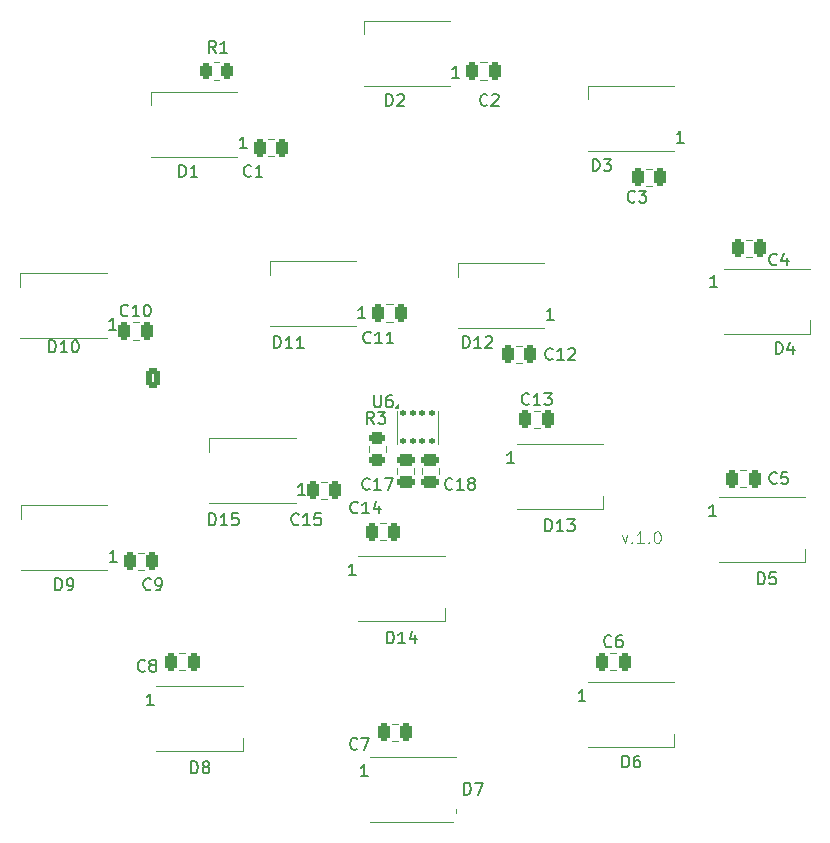
<source format=gto>
G04 #@! TF.GenerationSoftware,KiCad,Pcbnew,8.0.4*
G04 #@! TF.CreationDate,2024-08-11T22:53:44+02:00*
G04 #@! TF.ProjectId,Haibadge_B,48616962-6164-4676-955f-422e6b696361,rev?*
G04 #@! TF.SameCoordinates,Original*
G04 #@! TF.FileFunction,Legend,Top*
G04 #@! TF.FilePolarity,Positive*
%FSLAX46Y46*%
G04 Gerber Fmt 4.6, Leading zero omitted, Abs format (unit mm)*
G04 Created by KiCad (PCBNEW 8.0.4) date 2024-08-11 22:53:44*
%MOMM*%
%LPD*%
G01*
G04 APERTURE LIST*
G04 Aperture macros list*
%AMRoundRect*
0 Rectangle with rounded corners*
0 $1 Rounding radius*
0 $2 $3 $4 $5 $6 $7 $8 $9 X,Y pos of 4 corners*
0 Add a 4 corners polygon primitive as box body*
4,1,4,$2,$3,$4,$5,$6,$7,$8,$9,$2,$3,0*
0 Add four circle primitives for the rounded corners*
1,1,$1+$1,$2,$3*
1,1,$1+$1,$4,$5*
1,1,$1+$1,$6,$7*
1,1,$1+$1,$8,$9*
0 Add four rect primitives between the rounded corners*
20,1,$1+$1,$2,$3,$4,$5,0*
20,1,$1+$1,$4,$5,$6,$7,0*
20,1,$1+$1,$6,$7,$8,$9,0*
20,1,$1+$1,$8,$9,$2,$3,0*%
G04 Aperture macros list end*
%ADD10C,0.100000*%
%ADD11C,0.150000*%
%ADD12C,0.120000*%
%ADD13C,0.850000*%
%ADD14RoundRect,0.250000X-0.250000X-0.475000X0.250000X-0.475000X0.250000X0.475000X-0.250000X0.475000X0*%
%ADD15RoundRect,0.250000X0.262500X0.450000X-0.262500X0.450000X-0.262500X-0.450000X0.262500X-0.450000X0*%
%ADD16R,1.500000X0.900000*%
%ADD17C,2.700000*%
%ADD18RoundRect,0.250000X-0.475000X0.250000X-0.475000X-0.250000X0.475000X-0.250000X0.475000X0.250000X0*%
%ADD19RoundRect,0.250000X-0.450000X0.262500X-0.450000X-0.262500X0.450000X-0.262500X0.450000X0.262500X0*%
%ADD20RoundRect,0.250000X0.250000X0.475000X-0.250000X0.475000X-0.250000X-0.475000X0.250000X-0.475000X0*%
%ADD21RoundRect,0.125000X-0.125000X-0.137500X0.125000X-0.137500X0.125000X0.137500X-0.125000X0.137500X0*%
%ADD22RoundRect,0.250000X0.350000X0.625000X-0.350000X0.625000X-0.350000X-0.625000X0.350000X-0.625000X0*%
%ADD23O,1.200000X1.750000*%
%ADD24R,1.700000X1.700000*%
%ADD25O,1.700000X1.700000*%
%ADD26C,0.650000*%
%ADD27O,1.000000X1.600000*%
%ADD28O,1.000000X2.100000*%
G04 APERTURE END LIST*
D10*
X158208646Y-149305752D02*
X158446741Y-149972419D01*
X158446741Y-149972419D02*
X158684836Y-149305752D01*
X159065789Y-149877180D02*
X159113408Y-149924800D01*
X159113408Y-149924800D02*
X159065789Y-149972419D01*
X159065789Y-149972419D02*
X159018170Y-149924800D01*
X159018170Y-149924800D02*
X159065789Y-149877180D01*
X159065789Y-149877180D02*
X159065789Y-149972419D01*
X160065788Y-149972419D02*
X159494360Y-149972419D01*
X159780074Y-149972419D02*
X159780074Y-148972419D01*
X159780074Y-148972419D02*
X159684836Y-149115276D01*
X159684836Y-149115276D02*
X159589598Y-149210514D01*
X159589598Y-149210514D02*
X159494360Y-149258133D01*
X160494360Y-149877180D02*
X160541979Y-149924800D01*
X160541979Y-149924800D02*
X160494360Y-149972419D01*
X160494360Y-149972419D02*
X160446741Y-149924800D01*
X160446741Y-149924800D02*
X160494360Y-149877180D01*
X160494360Y-149877180D02*
X160494360Y-149972419D01*
X161161026Y-148972419D02*
X161256264Y-148972419D01*
X161256264Y-148972419D02*
X161351502Y-149020038D01*
X161351502Y-149020038D02*
X161399121Y-149067657D01*
X161399121Y-149067657D02*
X161446740Y-149162895D01*
X161446740Y-149162895D02*
X161494359Y-149353371D01*
X161494359Y-149353371D02*
X161494359Y-149591466D01*
X161494359Y-149591466D02*
X161446740Y-149781942D01*
X161446740Y-149781942D02*
X161399121Y-149877180D01*
X161399121Y-149877180D02*
X161351502Y-149924800D01*
X161351502Y-149924800D02*
X161256264Y-149972419D01*
X161256264Y-149972419D02*
X161161026Y-149972419D01*
X161161026Y-149972419D02*
X161065788Y-149924800D01*
X161065788Y-149924800D02*
X161018169Y-149877180D01*
X161018169Y-149877180D02*
X160970550Y-149781942D01*
X160970550Y-149781942D02*
X160922931Y-149591466D01*
X160922931Y-149591466D02*
X160922931Y-149353371D01*
X160922931Y-149353371D02*
X160970550Y-149162895D01*
X160970550Y-149162895D02*
X161018169Y-149067657D01*
X161018169Y-149067657D02*
X161065788Y-149020038D01*
X161065788Y-149020038D02*
X161161026Y-148972419D01*
D11*
X126833333Y-118859580D02*
X126785714Y-118907200D01*
X126785714Y-118907200D02*
X126642857Y-118954819D01*
X126642857Y-118954819D02*
X126547619Y-118954819D01*
X126547619Y-118954819D02*
X126404762Y-118907200D01*
X126404762Y-118907200D02*
X126309524Y-118811961D01*
X126309524Y-118811961D02*
X126261905Y-118716723D01*
X126261905Y-118716723D02*
X126214286Y-118526247D01*
X126214286Y-118526247D02*
X126214286Y-118383390D01*
X126214286Y-118383390D02*
X126261905Y-118192914D01*
X126261905Y-118192914D02*
X126309524Y-118097676D01*
X126309524Y-118097676D02*
X126404762Y-118002438D01*
X126404762Y-118002438D02*
X126547619Y-117954819D01*
X126547619Y-117954819D02*
X126642857Y-117954819D01*
X126642857Y-117954819D02*
X126785714Y-118002438D01*
X126785714Y-118002438D02*
X126833333Y-118050057D01*
X127785714Y-118954819D02*
X127214286Y-118954819D01*
X127500000Y-118954819D02*
X127500000Y-117954819D01*
X127500000Y-117954819D02*
X127404762Y-118097676D01*
X127404762Y-118097676D02*
X127309524Y-118192914D01*
X127309524Y-118192914D02*
X127214286Y-118240533D01*
X123833333Y-108454819D02*
X123500000Y-107978628D01*
X123261905Y-108454819D02*
X123261905Y-107454819D01*
X123261905Y-107454819D02*
X123642857Y-107454819D01*
X123642857Y-107454819D02*
X123738095Y-107502438D01*
X123738095Y-107502438D02*
X123785714Y-107550057D01*
X123785714Y-107550057D02*
X123833333Y-107645295D01*
X123833333Y-107645295D02*
X123833333Y-107788152D01*
X123833333Y-107788152D02*
X123785714Y-107883390D01*
X123785714Y-107883390D02*
X123738095Y-107931009D01*
X123738095Y-107931009D02*
X123642857Y-107978628D01*
X123642857Y-107978628D02*
X123261905Y-107978628D01*
X124785714Y-108454819D02*
X124214286Y-108454819D01*
X124500000Y-108454819D02*
X124500000Y-107454819D01*
X124500000Y-107454819D02*
X124404762Y-107597676D01*
X124404762Y-107597676D02*
X124309524Y-107692914D01*
X124309524Y-107692914D02*
X124214286Y-107740533D01*
X171261905Y-133954819D02*
X171261905Y-132954819D01*
X171261905Y-132954819D02*
X171500000Y-132954819D01*
X171500000Y-132954819D02*
X171642857Y-133002438D01*
X171642857Y-133002438D02*
X171738095Y-133097676D01*
X171738095Y-133097676D02*
X171785714Y-133192914D01*
X171785714Y-133192914D02*
X171833333Y-133383390D01*
X171833333Y-133383390D02*
X171833333Y-133526247D01*
X171833333Y-133526247D02*
X171785714Y-133716723D01*
X171785714Y-133716723D02*
X171738095Y-133811961D01*
X171738095Y-133811961D02*
X171642857Y-133907200D01*
X171642857Y-133907200D02*
X171500000Y-133954819D01*
X171500000Y-133954819D02*
X171261905Y-133954819D01*
X172690476Y-133288152D02*
X172690476Y-133954819D01*
X172452381Y-132907200D02*
X172214286Y-133621485D01*
X172214286Y-133621485D02*
X172833333Y-133621485D01*
X166285714Y-128254819D02*
X165714286Y-128254819D01*
X166000000Y-128254819D02*
X166000000Y-127254819D01*
X166000000Y-127254819D02*
X165904762Y-127397676D01*
X165904762Y-127397676D02*
X165809524Y-127492914D01*
X165809524Y-127492914D02*
X165714286Y-127540533D01*
X118333333Y-153859580D02*
X118285714Y-153907200D01*
X118285714Y-153907200D02*
X118142857Y-153954819D01*
X118142857Y-153954819D02*
X118047619Y-153954819D01*
X118047619Y-153954819D02*
X117904762Y-153907200D01*
X117904762Y-153907200D02*
X117809524Y-153811961D01*
X117809524Y-153811961D02*
X117761905Y-153716723D01*
X117761905Y-153716723D02*
X117714286Y-153526247D01*
X117714286Y-153526247D02*
X117714286Y-153383390D01*
X117714286Y-153383390D02*
X117761905Y-153192914D01*
X117761905Y-153192914D02*
X117809524Y-153097676D01*
X117809524Y-153097676D02*
X117904762Y-153002438D01*
X117904762Y-153002438D02*
X118047619Y-152954819D01*
X118047619Y-152954819D02*
X118142857Y-152954819D01*
X118142857Y-152954819D02*
X118285714Y-153002438D01*
X118285714Y-153002438D02*
X118333333Y-153050057D01*
X118809524Y-153954819D02*
X119000000Y-153954819D01*
X119000000Y-153954819D02*
X119095238Y-153907200D01*
X119095238Y-153907200D02*
X119142857Y-153859580D01*
X119142857Y-153859580D02*
X119238095Y-153716723D01*
X119238095Y-153716723D02*
X119285714Y-153526247D01*
X119285714Y-153526247D02*
X119285714Y-153145295D01*
X119285714Y-153145295D02*
X119238095Y-153050057D01*
X119238095Y-153050057D02*
X119190476Y-153002438D01*
X119190476Y-153002438D02*
X119095238Y-152954819D01*
X119095238Y-152954819D02*
X118904762Y-152954819D01*
X118904762Y-152954819D02*
X118809524Y-153002438D01*
X118809524Y-153002438D02*
X118761905Y-153050057D01*
X118761905Y-153050057D02*
X118714286Y-153145295D01*
X118714286Y-153145295D02*
X118714286Y-153383390D01*
X118714286Y-153383390D02*
X118761905Y-153478628D01*
X118761905Y-153478628D02*
X118809524Y-153526247D01*
X118809524Y-153526247D02*
X118904762Y-153573866D01*
X118904762Y-153573866D02*
X119095238Y-153573866D01*
X119095238Y-153573866D02*
X119190476Y-153526247D01*
X119190476Y-153526247D02*
X119238095Y-153478628D01*
X119238095Y-153478628D02*
X119285714Y-153383390D01*
X151735714Y-148954819D02*
X151735714Y-147954819D01*
X151735714Y-147954819D02*
X151973809Y-147954819D01*
X151973809Y-147954819D02*
X152116666Y-148002438D01*
X152116666Y-148002438D02*
X152211904Y-148097676D01*
X152211904Y-148097676D02*
X152259523Y-148192914D01*
X152259523Y-148192914D02*
X152307142Y-148383390D01*
X152307142Y-148383390D02*
X152307142Y-148526247D01*
X152307142Y-148526247D02*
X152259523Y-148716723D01*
X152259523Y-148716723D02*
X152211904Y-148811961D01*
X152211904Y-148811961D02*
X152116666Y-148907200D01*
X152116666Y-148907200D02*
X151973809Y-148954819D01*
X151973809Y-148954819D02*
X151735714Y-148954819D01*
X153259523Y-148954819D02*
X152688095Y-148954819D01*
X152973809Y-148954819D02*
X152973809Y-147954819D01*
X152973809Y-147954819D02*
X152878571Y-148097676D01*
X152878571Y-148097676D02*
X152783333Y-148192914D01*
X152783333Y-148192914D02*
X152688095Y-148240533D01*
X153592857Y-147954819D02*
X154211904Y-147954819D01*
X154211904Y-147954819D02*
X153878571Y-148335771D01*
X153878571Y-148335771D02*
X154021428Y-148335771D01*
X154021428Y-148335771D02*
X154116666Y-148383390D01*
X154116666Y-148383390D02*
X154164285Y-148431009D01*
X154164285Y-148431009D02*
X154211904Y-148526247D01*
X154211904Y-148526247D02*
X154211904Y-148764342D01*
X154211904Y-148764342D02*
X154164285Y-148859580D01*
X154164285Y-148859580D02*
X154116666Y-148907200D01*
X154116666Y-148907200D02*
X154021428Y-148954819D01*
X154021428Y-148954819D02*
X153735714Y-148954819D01*
X153735714Y-148954819D02*
X153640476Y-148907200D01*
X153640476Y-148907200D02*
X153592857Y-148859580D01*
X149085714Y-143204819D02*
X148514286Y-143204819D01*
X148800000Y-143204819D02*
X148800000Y-142204819D01*
X148800000Y-142204819D02*
X148704762Y-142347676D01*
X148704762Y-142347676D02*
X148609524Y-142442914D01*
X148609524Y-142442914D02*
X148514286Y-142490533D01*
X121761905Y-169454819D02*
X121761905Y-168454819D01*
X121761905Y-168454819D02*
X122000000Y-168454819D01*
X122000000Y-168454819D02*
X122142857Y-168502438D01*
X122142857Y-168502438D02*
X122238095Y-168597676D01*
X122238095Y-168597676D02*
X122285714Y-168692914D01*
X122285714Y-168692914D02*
X122333333Y-168883390D01*
X122333333Y-168883390D02*
X122333333Y-169026247D01*
X122333333Y-169026247D02*
X122285714Y-169216723D01*
X122285714Y-169216723D02*
X122238095Y-169311961D01*
X122238095Y-169311961D02*
X122142857Y-169407200D01*
X122142857Y-169407200D02*
X122000000Y-169454819D01*
X122000000Y-169454819D02*
X121761905Y-169454819D01*
X122904762Y-168883390D02*
X122809524Y-168835771D01*
X122809524Y-168835771D02*
X122761905Y-168788152D01*
X122761905Y-168788152D02*
X122714286Y-168692914D01*
X122714286Y-168692914D02*
X122714286Y-168645295D01*
X122714286Y-168645295D02*
X122761905Y-168550057D01*
X122761905Y-168550057D02*
X122809524Y-168502438D01*
X122809524Y-168502438D02*
X122904762Y-168454819D01*
X122904762Y-168454819D02*
X123095238Y-168454819D01*
X123095238Y-168454819D02*
X123190476Y-168502438D01*
X123190476Y-168502438D02*
X123238095Y-168550057D01*
X123238095Y-168550057D02*
X123285714Y-168645295D01*
X123285714Y-168645295D02*
X123285714Y-168692914D01*
X123285714Y-168692914D02*
X123238095Y-168788152D01*
X123238095Y-168788152D02*
X123190476Y-168835771D01*
X123190476Y-168835771D02*
X123095238Y-168883390D01*
X123095238Y-168883390D02*
X122904762Y-168883390D01*
X122904762Y-168883390D02*
X122809524Y-168931009D01*
X122809524Y-168931009D02*
X122761905Y-168978628D01*
X122761905Y-168978628D02*
X122714286Y-169073866D01*
X122714286Y-169073866D02*
X122714286Y-169264342D01*
X122714286Y-169264342D02*
X122761905Y-169359580D01*
X122761905Y-169359580D02*
X122809524Y-169407200D01*
X122809524Y-169407200D02*
X122904762Y-169454819D01*
X122904762Y-169454819D02*
X123095238Y-169454819D01*
X123095238Y-169454819D02*
X123190476Y-169407200D01*
X123190476Y-169407200D02*
X123238095Y-169359580D01*
X123238095Y-169359580D02*
X123285714Y-169264342D01*
X123285714Y-169264342D02*
X123285714Y-169073866D01*
X123285714Y-169073866D02*
X123238095Y-168978628D01*
X123238095Y-168978628D02*
X123190476Y-168931009D01*
X123190476Y-168931009D02*
X123095238Y-168883390D01*
X118585714Y-163704819D02*
X118014286Y-163704819D01*
X118300000Y-163704819D02*
X118300000Y-162704819D01*
X118300000Y-162704819D02*
X118204762Y-162847676D01*
X118204762Y-162847676D02*
X118109524Y-162942914D01*
X118109524Y-162942914D02*
X118014286Y-162990533D01*
X146833333Y-112859580D02*
X146785714Y-112907200D01*
X146785714Y-112907200D02*
X146642857Y-112954819D01*
X146642857Y-112954819D02*
X146547619Y-112954819D01*
X146547619Y-112954819D02*
X146404762Y-112907200D01*
X146404762Y-112907200D02*
X146309524Y-112811961D01*
X146309524Y-112811961D02*
X146261905Y-112716723D01*
X146261905Y-112716723D02*
X146214286Y-112526247D01*
X146214286Y-112526247D02*
X146214286Y-112383390D01*
X146214286Y-112383390D02*
X146261905Y-112192914D01*
X146261905Y-112192914D02*
X146309524Y-112097676D01*
X146309524Y-112097676D02*
X146404762Y-112002438D01*
X146404762Y-112002438D02*
X146547619Y-111954819D01*
X146547619Y-111954819D02*
X146642857Y-111954819D01*
X146642857Y-111954819D02*
X146785714Y-112002438D01*
X146785714Y-112002438D02*
X146833333Y-112050057D01*
X147214286Y-112050057D02*
X147261905Y-112002438D01*
X147261905Y-112002438D02*
X147357143Y-111954819D01*
X147357143Y-111954819D02*
X147595238Y-111954819D01*
X147595238Y-111954819D02*
X147690476Y-112002438D01*
X147690476Y-112002438D02*
X147738095Y-112050057D01*
X147738095Y-112050057D02*
X147785714Y-112145295D01*
X147785714Y-112145295D02*
X147785714Y-112240533D01*
X147785714Y-112240533D02*
X147738095Y-112383390D01*
X147738095Y-112383390D02*
X147166667Y-112954819D01*
X147166667Y-112954819D02*
X147785714Y-112954819D01*
X138261905Y-112954819D02*
X138261905Y-111954819D01*
X138261905Y-111954819D02*
X138500000Y-111954819D01*
X138500000Y-111954819D02*
X138642857Y-112002438D01*
X138642857Y-112002438D02*
X138738095Y-112097676D01*
X138738095Y-112097676D02*
X138785714Y-112192914D01*
X138785714Y-112192914D02*
X138833333Y-112383390D01*
X138833333Y-112383390D02*
X138833333Y-112526247D01*
X138833333Y-112526247D02*
X138785714Y-112716723D01*
X138785714Y-112716723D02*
X138738095Y-112811961D01*
X138738095Y-112811961D02*
X138642857Y-112907200D01*
X138642857Y-112907200D02*
X138500000Y-112954819D01*
X138500000Y-112954819D02*
X138261905Y-112954819D01*
X139214286Y-112050057D02*
X139261905Y-112002438D01*
X139261905Y-112002438D02*
X139357143Y-111954819D01*
X139357143Y-111954819D02*
X139595238Y-111954819D01*
X139595238Y-111954819D02*
X139690476Y-112002438D01*
X139690476Y-112002438D02*
X139738095Y-112050057D01*
X139738095Y-112050057D02*
X139785714Y-112145295D01*
X139785714Y-112145295D02*
X139785714Y-112240533D01*
X139785714Y-112240533D02*
X139738095Y-112383390D01*
X139738095Y-112383390D02*
X139166667Y-112954819D01*
X139166667Y-112954819D02*
X139785714Y-112954819D01*
X144435714Y-110554819D02*
X143864286Y-110554819D01*
X144150000Y-110554819D02*
X144150000Y-109554819D01*
X144150000Y-109554819D02*
X144054762Y-109697676D01*
X144054762Y-109697676D02*
X143959524Y-109792914D01*
X143959524Y-109792914D02*
X143864286Y-109840533D01*
X128785714Y-133454819D02*
X128785714Y-132454819D01*
X128785714Y-132454819D02*
X129023809Y-132454819D01*
X129023809Y-132454819D02*
X129166666Y-132502438D01*
X129166666Y-132502438D02*
X129261904Y-132597676D01*
X129261904Y-132597676D02*
X129309523Y-132692914D01*
X129309523Y-132692914D02*
X129357142Y-132883390D01*
X129357142Y-132883390D02*
X129357142Y-133026247D01*
X129357142Y-133026247D02*
X129309523Y-133216723D01*
X129309523Y-133216723D02*
X129261904Y-133311961D01*
X129261904Y-133311961D02*
X129166666Y-133407200D01*
X129166666Y-133407200D02*
X129023809Y-133454819D01*
X129023809Y-133454819D02*
X128785714Y-133454819D01*
X130309523Y-133454819D02*
X129738095Y-133454819D01*
X130023809Y-133454819D02*
X130023809Y-132454819D01*
X130023809Y-132454819D02*
X129928571Y-132597676D01*
X129928571Y-132597676D02*
X129833333Y-132692914D01*
X129833333Y-132692914D02*
X129738095Y-132740533D01*
X131261904Y-133454819D02*
X130690476Y-133454819D01*
X130976190Y-133454819D02*
X130976190Y-132454819D01*
X130976190Y-132454819D02*
X130880952Y-132597676D01*
X130880952Y-132597676D02*
X130785714Y-132692914D01*
X130785714Y-132692914D02*
X130690476Y-132740533D01*
X136485714Y-130904819D02*
X135914286Y-130904819D01*
X136200000Y-130904819D02*
X136200000Y-129904819D01*
X136200000Y-129904819D02*
X136104762Y-130047676D01*
X136104762Y-130047676D02*
X136009524Y-130142914D01*
X136009524Y-130142914D02*
X135914286Y-130190533D01*
X144785714Y-133454819D02*
X144785714Y-132454819D01*
X144785714Y-132454819D02*
X145023809Y-132454819D01*
X145023809Y-132454819D02*
X145166666Y-132502438D01*
X145166666Y-132502438D02*
X145261904Y-132597676D01*
X145261904Y-132597676D02*
X145309523Y-132692914D01*
X145309523Y-132692914D02*
X145357142Y-132883390D01*
X145357142Y-132883390D02*
X145357142Y-133026247D01*
X145357142Y-133026247D02*
X145309523Y-133216723D01*
X145309523Y-133216723D02*
X145261904Y-133311961D01*
X145261904Y-133311961D02*
X145166666Y-133407200D01*
X145166666Y-133407200D02*
X145023809Y-133454819D01*
X145023809Y-133454819D02*
X144785714Y-133454819D01*
X146309523Y-133454819D02*
X145738095Y-133454819D01*
X146023809Y-133454819D02*
X146023809Y-132454819D01*
X146023809Y-132454819D02*
X145928571Y-132597676D01*
X145928571Y-132597676D02*
X145833333Y-132692914D01*
X145833333Y-132692914D02*
X145738095Y-132740533D01*
X146690476Y-132550057D02*
X146738095Y-132502438D01*
X146738095Y-132502438D02*
X146833333Y-132454819D01*
X146833333Y-132454819D02*
X147071428Y-132454819D01*
X147071428Y-132454819D02*
X147166666Y-132502438D01*
X147166666Y-132502438D02*
X147214285Y-132550057D01*
X147214285Y-132550057D02*
X147261904Y-132645295D01*
X147261904Y-132645295D02*
X147261904Y-132740533D01*
X147261904Y-132740533D02*
X147214285Y-132883390D01*
X147214285Y-132883390D02*
X146642857Y-133454819D01*
X146642857Y-133454819D02*
X147261904Y-133454819D01*
X152435714Y-131054819D02*
X151864286Y-131054819D01*
X152150000Y-131054819D02*
X152150000Y-130054819D01*
X152150000Y-130054819D02*
X152054762Y-130197676D01*
X152054762Y-130197676D02*
X151959524Y-130292914D01*
X151959524Y-130292914D02*
X151864286Y-130340533D01*
X123285714Y-148454819D02*
X123285714Y-147454819D01*
X123285714Y-147454819D02*
X123523809Y-147454819D01*
X123523809Y-147454819D02*
X123666666Y-147502438D01*
X123666666Y-147502438D02*
X123761904Y-147597676D01*
X123761904Y-147597676D02*
X123809523Y-147692914D01*
X123809523Y-147692914D02*
X123857142Y-147883390D01*
X123857142Y-147883390D02*
X123857142Y-148026247D01*
X123857142Y-148026247D02*
X123809523Y-148216723D01*
X123809523Y-148216723D02*
X123761904Y-148311961D01*
X123761904Y-148311961D02*
X123666666Y-148407200D01*
X123666666Y-148407200D02*
X123523809Y-148454819D01*
X123523809Y-148454819D02*
X123285714Y-148454819D01*
X124809523Y-148454819D02*
X124238095Y-148454819D01*
X124523809Y-148454819D02*
X124523809Y-147454819D01*
X124523809Y-147454819D02*
X124428571Y-147597676D01*
X124428571Y-147597676D02*
X124333333Y-147692914D01*
X124333333Y-147692914D02*
X124238095Y-147740533D01*
X125714285Y-147454819D02*
X125238095Y-147454819D01*
X125238095Y-147454819D02*
X125190476Y-147931009D01*
X125190476Y-147931009D02*
X125238095Y-147883390D01*
X125238095Y-147883390D02*
X125333333Y-147835771D01*
X125333333Y-147835771D02*
X125571428Y-147835771D01*
X125571428Y-147835771D02*
X125666666Y-147883390D01*
X125666666Y-147883390D02*
X125714285Y-147931009D01*
X125714285Y-147931009D02*
X125761904Y-148026247D01*
X125761904Y-148026247D02*
X125761904Y-148264342D01*
X125761904Y-148264342D02*
X125714285Y-148359580D01*
X125714285Y-148359580D02*
X125666666Y-148407200D01*
X125666666Y-148407200D02*
X125571428Y-148454819D01*
X125571428Y-148454819D02*
X125333333Y-148454819D01*
X125333333Y-148454819D02*
X125238095Y-148407200D01*
X125238095Y-148407200D02*
X125190476Y-148359580D01*
X131385714Y-145904819D02*
X130814286Y-145904819D01*
X131100000Y-145904819D02*
X131100000Y-144904819D01*
X131100000Y-144904819D02*
X131004762Y-145047676D01*
X131004762Y-145047676D02*
X130909524Y-145142914D01*
X130909524Y-145142914D02*
X130814286Y-145190533D01*
X135833333Y-167359580D02*
X135785714Y-167407200D01*
X135785714Y-167407200D02*
X135642857Y-167454819D01*
X135642857Y-167454819D02*
X135547619Y-167454819D01*
X135547619Y-167454819D02*
X135404762Y-167407200D01*
X135404762Y-167407200D02*
X135309524Y-167311961D01*
X135309524Y-167311961D02*
X135261905Y-167216723D01*
X135261905Y-167216723D02*
X135214286Y-167026247D01*
X135214286Y-167026247D02*
X135214286Y-166883390D01*
X135214286Y-166883390D02*
X135261905Y-166692914D01*
X135261905Y-166692914D02*
X135309524Y-166597676D01*
X135309524Y-166597676D02*
X135404762Y-166502438D01*
X135404762Y-166502438D02*
X135547619Y-166454819D01*
X135547619Y-166454819D02*
X135642857Y-166454819D01*
X135642857Y-166454819D02*
X135785714Y-166502438D01*
X135785714Y-166502438D02*
X135833333Y-166550057D01*
X136166667Y-166454819D02*
X136833333Y-166454819D01*
X136833333Y-166454819D02*
X136404762Y-167454819D01*
X116407142Y-130679580D02*
X116359523Y-130727200D01*
X116359523Y-130727200D02*
X116216666Y-130774819D01*
X116216666Y-130774819D02*
X116121428Y-130774819D01*
X116121428Y-130774819D02*
X115978571Y-130727200D01*
X115978571Y-130727200D02*
X115883333Y-130631961D01*
X115883333Y-130631961D02*
X115835714Y-130536723D01*
X115835714Y-130536723D02*
X115788095Y-130346247D01*
X115788095Y-130346247D02*
X115788095Y-130203390D01*
X115788095Y-130203390D02*
X115835714Y-130012914D01*
X115835714Y-130012914D02*
X115883333Y-129917676D01*
X115883333Y-129917676D02*
X115978571Y-129822438D01*
X115978571Y-129822438D02*
X116121428Y-129774819D01*
X116121428Y-129774819D02*
X116216666Y-129774819D01*
X116216666Y-129774819D02*
X116359523Y-129822438D01*
X116359523Y-129822438D02*
X116407142Y-129870057D01*
X117359523Y-130774819D02*
X116788095Y-130774819D01*
X117073809Y-130774819D02*
X117073809Y-129774819D01*
X117073809Y-129774819D02*
X116978571Y-129917676D01*
X116978571Y-129917676D02*
X116883333Y-130012914D01*
X116883333Y-130012914D02*
X116788095Y-130060533D01*
X117978571Y-129774819D02*
X118073809Y-129774819D01*
X118073809Y-129774819D02*
X118169047Y-129822438D01*
X118169047Y-129822438D02*
X118216666Y-129870057D01*
X118216666Y-129870057D02*
X118264285Y-129965295D01*
X118264285Y-129965295D02*
X118311904Y-130155771D01*
X118311904Y-130155771D02*
X118311904Y-130393866D01*
X118311904Y-130393866D02*
X118264285Y-130584342D01*
X118264285Y-130584342D02*
X118216666Y-130679580D01*
X118216666Y-130679580D02*
X118169047Y-130727200D01*
X118169047Y-130727200D02*
X118073809Y-130774819D01*
X118073809Y-130774819D02*
X117978571Y-130774819D01*
X117978571Y-130774819D02*
X117883333Y-130727200D01*
X117883333Y-130727200D02*
X117835714Y-130679580D01*
X117835714Y-130679580D02*
X117788095Y-130584342D01*
X117788095Y-130584342D02*
X117740476Y-130393866D01*
X117740476Y-130393866D02*
X117740476Y-130155771D01*
X117740476Y-130155771D02*
X117788095Y-129965295D01*
X117788095Y-129965295D02*
X117835714Y-129870057D01*
X117835714Y-129870057D02*
X117883333Y-129822438D01*
X117883333Y-129822438D02*
X117978571Y-129774819D01*
X136957142Y-132959580D02*
X136909523Y-133007200D01*
X136909523Y-133007200D02*
X136766666Y-133054819D01*
X136766666Y-133054819D02*
X136671428Y-133054819D01*
X136671428Y-133054819D02*
X136528571Y-133007200D01*
X136528571Y-133007200D02*
X136433333Y-132911961D01*
X136433333Y-132911961D02*
X136385714Y-132816723D01*
X136385714Y-132816723D02*
X136338095Y-132626247D01*
X136338095Y-132626247D02*
X136338095Y-132483390D01*
X136338095Y-132483390D02*
X136385714Y-132292914D01*
X136385714Y-132292914D02*
X136433333Y-132197676D01*
X136433333Y-132197676D02*
X136528571Y-132102438D01*
X136528571Y-132102438D02*
X136671428Y-132054819D01*
X136671428Y-132054819D02*
X136766666Y-132054819D01*
X136766666Y-132054819D02*
X136909523Y-132102438D01*
X136909523Y-132102438D02*
X136957142Y-132150057D01*
X137909523Y-133054819D02*
X137338095Y-133054819D01*
X137623809Y-133054819D02*
X137623809Y-132054819D01*
X137623809Y-132054819D02*
X137528571Y-132197676D01*
X137528571Y-132197676D02*
X137433333Y-132292914D01*
X137433333Y-132292914D02*
X137338095Y-132340533D01*
X138861904Y-133054819D02*
X138290476Y-133054819D01*
X138576190Y-133054819D02*
X138576190Y-132054819D01*
X138576190Y-132054819D02*
X138480952Y-132197676D01*
X138480952Y-132197676D02*
X138385714Y-132292914D01*
X138385714Y-132292914D02*
X138290476Y-132340533D01*
X158261905Y-168954819D02*
X158261905Y-167954819D01*
X158261905Y-167954819D02*
X158500000Y-167954819D01*
X158500000Y-167954819D02*
X158642857Y-168002438D01*
X158642857Y-168002438D02*
X158738095Y-168097676D01*
X158738095Y-168097676D02*
X158785714Y-168192914D01*
X158785714Y-168192914D02*
X158833333Y-168383390D01*
X158833333Y-168383390D02*
X158833333Y-168526247D01*
X158833333Y-168526247D02*
X158785714Y-168716723D01*
X158785714Y-168716723D02*
X158738095Y-168811961D01*
X158738095Y-168811961D02*
X158642857Y-168907200D01*
X158642857Y-168907200D02*
X158500000Y-168954819D01*
X158500000Y-168954819D02*
X158261905Y-168954819D01*
X159690476Y-167954819D02*
X159500000Y-167954819D01*
X159500000Y-167954819D02*
X159404762Y-168002438D01*
X159404762Y-168002438D02*
X159357143Y-168050057D01*
X159357143Y-168050057D02*
X159261905Y-168192914D01*
X159261905Y-168192914D02*
X159214286Y-168383390D01*
X159214286Y-168383390D02*
X159214286Y-168764342D01*
X159214286Y-168764342D02*
X159261905Y-168859580D01*
X159261905Y-168859580D02*
X159309524Y-168907200D01*
X159309524Y-168907200D02*
X159404762Y-168954819D01*
X159404762Y-168954819D02*
X159595238Y-168954819D01*
X159595238Y-168954819D02*
X159690476Y-168907200D01*
X159690476Y-168907200D02*
X159738095Y-168859580D01*
X159738095Y-168859580D02*
X159785714Y-168764342D01*
X159785714Y-168764342D02*
X159785714Y-168526247D01*
X159785714Y-168526247D02*
X159738095Y-168431009D01*
X159738095Y-168431009D02*
X159690476Y-168383390D01*
X159690476Y-168383390D02*
X159595238Y-168335771D01*
X159595238Y-168335771D02*
X159404762Y-168335771D01*
X159404762Y-168335771D02*
X159309524Y-168383390D01*
X159309524Y-168383390D02*
X159261905Y-168431009D01*
X159261905Y-168431009D02*
X159214286Y-168526247D01*
X155135714Y-163354819D02*
X154564286Y-163354819D01*
X154850000Y-163354819D02*
X154850000Y-162354819D01*
X154850000Y-162354819D02*
X154754762Y-162497676D01*
X154754762Y-162497676D02*
X154659524Y-162592914D01*
X154659524Y-162592914D02*
X154564286Y-162640533D01*
X150357142Y-138179580D02*
X150309523Y-138227200D01*
X150309523Y-138227200D02*
X150166666Y-138274819D01*
X150166666Y-138274819D02*
X150071428Y-138274819D01*
X150071428Y-138274819D02*
X149928571Y-138227200D01*
X149928571Y-138227200D02*
X149833333Y-138131961D01*
X149833333Y-138131961D02*
X149785714Y-138036723D01*
X149785714Y-138036723D02*
X149738095Y-137846247D01*
X149738095Y-137846247D02*
X149738095Y-137703390D01*
X149738095Y-137703390D02*
X149785714Y-137512914D01*
X149785714Y-137512914D02*
X149833333Y-137417676D01*
X149833333Y-137417676D02*
X149928571Y-137322438D01*
X149928571Y-137322438D02*
X150071428Y-137274819D01*
X150071428Y-137274819D02*
X150166666Y-137274819D01*
X150166666Y-137274819D02*
X150309523Y-137322438D01*
X150309523Y-137322438D02*
X150357142Y-137370057D01*
X151309523Y-138274819D02*
X150738095Y-138274819D01*
X151023809Y-138274819D02*
X151023809Y-137274819D01*
X151023809Y-137274819D02*
X150928571Y-137417676D01*
X150928571Y-137417676D02*
X150833333Y-137512914D01*
X150833333Y-137512914D02*
X150738095Y-137560533D01*
X151642857Y-137274819D02*
X152261904Y-137274819D01*
X152261904Y-137274819D02*
X151928571Y-137655771D01*
X151928571Y-137655771D02*
X152071428Y-137655771D01*
X152071428Y-137655771D02*
X152166666Y-137703390D01*
X152166666Y-137703390D02*
X152214285Y-137751009D01*
X152214285Y-137751009D02*
X152261904Y-137846247D01*
X152261904Y-137846247D02*
X152261904Y-138084342D01*
X152261904Y-138084342D02*
X152214285Y-138179580D01*
X152214285Y-138179580D02*
X152166666Y-138227200D01*
X152166666Y-138227200D02*
X152071428Y-138274819D01*
X152071428Y-138274819D02*
X151785714Y-138274819D01*
X151785714Y-138274819D02*
X151690476Y-138227200D01*
X151690476Y-138227200D02*
X151642857Y-138179580D01*
X136857142Y-145359580D02*
X136809523Y-145407200D01*
X136809523Y-145407200D02*
X136666666Y-145454819D01*
X136666666Y-145454819D02*
X136571428Y-145454819D01*
X136571428Y-145454819D02*
X136428571Y-145407200D01*
X136428571Y-145407200D02*
X136333333Y-145311961D01*
X136333333Y-145311961D02*
X136285714Y-145216723D01*
X136285714Y-145216723D02*
X136238095Y-145026247D01*
X136238095Y-145026247D02*
X136238095Y-144883390D01*
X136238095Y-144883390D02*
X136285714Y-144692914D01*
X136285714Y-144692914D02*
X136333333Y-144597676D01*
X136333333Y-144597676D02*
X136428571Y-144502438D01*
X136428571Y-144502438D02*
X136571428Y-144454819D01*
X136571428Y-144454819D02*
X136666666Y-144454819D01*
X136666666Y-144454819D02*
X136809523Y-144502438D01*
X136809523Y-144502438D02*
X136857142Y-144550057D01*
X137809523Y-145454819D02*
X137238095Y-145454819D01*
X137523809Y-145454819D02*
X137523809Y-144454819D01*
X137523809Y-144454819D02*
X137428571Y-144597676D01*
X137428571Y-144597676D02*
X137333333Y-144692914D01*
X137333333Y-144692914D02*
X137238095Y-144740533D01*
X138142857Y-144454819D02*
X138809523Y-144454819D01*
X138809523Y-144454819D02*
X138380952Y-145454819D01*
X137233333Y-139854819D02*
X136900000Y-139378628D01*
X136661905Y-139854819D02*
X136661905Y-138854819D01*
X136661905Y-138854819D02*
X137042857Y-138854819D01*
X137042857Y-138854819D02*
X137138095Y-138902438D01*
X137138095Y-138902438D02*
X137185714Y-138950057D01*
X137185714Y-138950057D02*
X137233333Y-139045295D01*
X137233333Y-139045295D02*
X137233333Y-139188152D01*
X137233333Y-139188152D02*
X137185714Y-139283390D01*
X137185714Y-139283390D02*
X137138095Y-139331009D01*
X137138095Y-139331009D02*
X137042857Y-139378628D01*
X137042857Y-139378628D02*
X136661905Y-139378628D01*
X137566667Y-138854819D02*
X138185714Y-138854819D01*
X138185714Y-138854819D02*
X137852381Y-139235771D01*
X137852381Y-139235771D02*
X137995238Y-139235771D01*
X137995238Y-139235771D02*
X138090476Y-139283390D01*
X138090476Y-139283390D02*
X138138095Y-139331009D01*
X138138095Y-139331009D02*
X138185714Y-139426247D01*
X138185714Y-139426247D02*
X138185714Y-139664342D01*
X138185714Y-139664342D02*
X138138095Y-139759580D01*
X138138095Y-139759580D02*
X138090476Y-139807200D01*
X138090476Y-139807200D02*
X137995238Y-139854819D01*
X137995238Y-139854819D02*
X137709524Y-139854819D01*
X137709524Y-139854819D02*
X137614286Y-139807200D01*
X137614286Y-139807200D02*
X137566667Y-139759580D01*
X130857142Y-148359580D02*
X130809523Y-148407200D01*
X130809523Y-148407200D02*
X130666666Y-148454819D01*
X130666666Y-148454819D02*
X130571428Y-148454819D01*
X130571428Y-148454819D02*
X130428571Y-148407200D01*
X130428571Y-148407200D02*
X130333333Y-148311961D01*
X130333333Y-148311961D02*
X130285714Y-148216723D01*
X130285714Y-148216723D02*
X130238095Y-148026247D01*
X130238095Y-148026247D02*
X130238095Y-147883390D01*
X130238095Y-147883390D02*
X130285714Y-147692914D01*
X130285714Y-147692914D02*
X130333333Y-147597676D01*
X130333333Y-147597676D02*
X130428571Y-147502438D01*
X130428571Y-147502438D02*
X130571428Y-147454819D01*
X130571428Y-147454819D02*
X130666666Y-147454819D01*
X130666666Y-147454819D02*
X130809523Y-147502438D01*
X130809523Y-147502438D02*
X130857142Y-147550057D01*
X131809523Y-148454819D02*
X131238095Y-148454819D01*
X131523809Y-148454819D02*
X131523809Y-147454819D01*
X131523809Y-147454819D02*
X131428571Y-147597676D01*
X131428571Y-147597676D02*
X131333333Y-147692914D01*
X131333333Y-147692914D02*
X131238095Y-147740533D01*
X132714285Y-147454819D02*
X132238095Y-147454819D01*
X132238095Y-147454819D02*
X132190476Y-147931009D01*
X132190476Y-147931009D02*
X132238095Y-147883390D01*
X132238095Y-147883390D02*
X132333333Y-147835771D01*
X132333333Y-147835771D02*
X132571428Y-147835771D01*
X132571428Y-147835771D02*
X132666666Y-147883390D01*
X132666666Y-147883390D02*
X132714285Y-147931009D01*
X132714285Y-147931009D02*
X132761904Y-148026247D01*
X132761904Y-148026247D02*
X132761904Y-148264342D01*
X132761904Y-148264342D02*
X132714285Y-148359580D01*
X132714285Y-148359580D02*
X132666666Y-148407200D01*
X132666666Y-148407200D02*
X132571428Y-148454819D01*
X132571428Y-148454819D02*
X132333333Y-148454819D01*
X132333333Y-148454819D02*
X132238095Y-148407200D01*
X132238095Y-148407200D02*
X132190476Y-148359580D01*
X138335714Y-158454819D02*
X138335714Y-157454819D01*
X138335714Y-157454819D02*
X138573809Y-157454819D01*
X138573809Y-157454819D02*
X138716666Y-157502438D01*
X138716666Y-157502438D02*
X138811904Y-157597676D01*
X138811904Y-157597676D02*
X138859523Y-157692914D01*
X138859523Y-157692914D02*
X138907142Y-157883390D01*
X138907142Y-157883390D02*
X138907142Y-158026247D01*
X138907142Y-158026247D02*
X138859523Y-158216723D01*
X138859523Y-158216723D02*
X138811904Y-158311961D01*
X138811904Y-158311961D02*
X138716666Y-158407200D01*
X138716666Y-158407200D02*
X138573809Y-158454819D01*
X138573809Y-158454819D02*
X138335714Y-158454819D01*
X139859523Y-158454819D02*
X139288095Y-158454819D01*
X139573809Y-158454819D02*
X139573809Y-157454819D01*
X139573809Y-157454819D02*
X139478571Y-157597676D01*
X139478571Y-157597676D02*
X139383333Y-157692914D01*
X139383333Y-157692914D02*
X139288095Y-157740533D01*
X140716666Y-157788152D02*
X140716666Y-158454819D01*
X140478571Y-157407200D02*
X140240476Y-158121485D01*
X140240476Y-158121485D02*
X140859523Y-158121485D01*
X135685714Y-152704819D02*
X135114286Y-152704819D01*
X135400000Y-152704819D02*
X135400000Y-151704819D01*
X135400000Y-151704819D02*
X135304762Y-151847676D01*
X135304762Y-151847676D02*
X135209524Y-151942914D01*
X135209524Y-151942914D02*
X135114286Y-151990533D01*
X159333333Y-121039580D02*
X159285714Y-121087200D01*
X159285714Y-121087200D02*
X159142857Y-121134819D01*
X159142857Y-121134819D02*
X159047619Y-121134819D01*
X159047619Y-121134819D02*
X158904762Y-121087200D01*
X158904762Y-121087200D02*
X158809524Y-120991961D01*
X158809524Y-120991961D02*
X158761905Y-120896723D01*
X158761905Y-120896723D02*
X158714286Y-120706247D01*
X158714286Y-120706247D02*
X158714286Y-120563390D01*
X158714286Y-120563390D02*
X158761905Y-120372914D01*
X158761905Y-120372914D02*
X158809524Y-120277676D01*
X158809524Y-120277676D02*
X158904762Y-120182438D01*
X158904762Y-120182438D02*
X159047619Y-120134819D01*
X159047619Y-120134819D02*
X159142857Y-120134819D01*
X159142857Y-120134819D02*
X159285714Y-120182438D01*
X159285714Y-120182438D02*
X159333333Y-120230057D01*
X159666667Y-120134819D02*
X160285714Y-120134819D01*
X160285714Y-120134819D02*
X159952381Y-120515771D01*
X159952381Y-120515771D02*
X160095238Y-120515771D01*
X160095238Y-120515771D02*
X160190476Y-120563390D01*
X160190476Y-120563390D02*
X160238095Y-120611009D01*
X160238095Y-120611009D02*
X160285714Y-120706247D01*
X160285714Y-120706247D02*
X160285714Y-120944342D01*
X160285714Y-120944342D02*
X160238095Y-121039580D01*
X160238095Y-121039580D02*
X160190476Y-121087200D01*
X160190476Y-121087200D02*
X160095238Y-121134819D01*
X160095238Y-121134819D02*
X159809524Y-121134819D01*
X159809524Y-121134819D02*
X159714286Y-121087200D01*
X159714286Y-121087200D02*
X159666667Y-121039580D01*
X152357142Y-134359580D02*
X152309523Y-134407200D01*
X152309523Y-134407200D02*
X152166666Y-134454819D01*
X152166666Y-134454819D02*
X152071428Y-134454819D01*
X152071428Y-134454819D02*
X151928571Y-134407200D01*
X151928571Y-134407200D02*
X151833333Y-134311961D01*
X151833333Y-134311961D02*
X151785714Y-134216723D01*
X151785714Y-134216723D02*
X151738095Y-134026247D01*
X151738095Y-134026247D02*
X151738095Y-133883390D01*
X151738095Y-133883390D02*
X151785714Y-133692914D01*
X151785714Y-133692914D02*
X151833333Y-133597676D01*
X151833333Y-133597676D02*
X151928571Y-133502438D01*
X151928571Y-133502438D02*
X152071428Y-133454819D01*
X152071428Y-133454819D02*
X152166666Y-133454819D01*
X152166666Y-133454819D02*
X152309523Y-133502438D01*
X152309523Y-133502438D02*
X152357142Y-133550057D01*
X153309523Y-134454819D02*
X152738095Y-134454819D01*
X153023809Y-134454819D02*
X153023809Y-133454819D01*
X153023809Y-133454819D02*
X152928571Y-133597676D01*
X152928571Y-133597676D02*
X152833333Y-133692914D01*
X152833333Y-133692914D02*
X152738095Y-133740533D01*
X153690476Y-133550057D02*
X153738095Y-133502438D01*
X153738095Y-133502438D02*
X153833333Y-133454819D01*
X153833333Y-133454819D02*
X154071428Y-133454819D01*
X154071428Y-133454819D02*
X154166666Y-133502438D01*
X154166666Y-133502438D02*
X154214285Y-133550057D01*
X154214285Y-133550057D02*
X154261904Y-133645295D01*
X154261904Y-133645295D02*
X154261904Y-133740533D01*
X154261904Y-133740533D02*
X154214285Y-133883390D01*
X154214285Y-133883390D02*
X153642857Y-134454819D01*
X153642857Y-134454819D02*
X154261904Y-134454819D01*
X171333333Y-144859580D02*
X171285714Y-144907200D01*
X171285714Y-144907200D02*
X171142857Y-144954819D01*
X171142857Y-144954819D02*
X171047619Y-144954819D01*
X171047619Y-144954819D02*
X170904762Y-144907200D01*
X170904762Y-144907200D02*
X170809524Y-144811961D01*
X170809524Y-144811961D02*
X170761905Y-144716723D01*
X170761905Y-144716723D02*
X170714286Y-144526247D01*
X170714286Y-144526247D02*
X170714286Y-144383390D01*
X170714286Y-144383390D02*
X170761905Y-144192914D01*
X170761905Y-144192914D02*
X170809524Y-144097676D01*
X170809524Y-144097676D02*
X170904762Y-144002438D01*
X170904762Y-144002438D02*
X171047619Y-143954819D01*
X171047619Y-143954819D02*
X171142857Y-143954819D01*
X171142857Y-143954819D02*
X171285714Y-144002438D01*
X171285714Y-144002438D02*
X171333333Y-144050057D01*
X172238095Y-143954819D02*
X171761905Y-143954819D01*
X171761905Y-143954819D02*
X171714286Y-144431009D01*
X171714286Y-144431009D02*
X171761905Y-144383390D01*
X171761905Y-144383390D02*
X171857143Y-144335771D01*
X171857143Y-144335771D02*
X172095238Y-144335771D01*
X172095238Y-144335771D02*
X172190476Y-144383390D01*
X172190476Y-144383390D02*
X172238095Y-144431009D01*
X172238095Y-144431009D02*
X172285714Y-144526247D01*
X172285714Y-144526247D02*
X172285714Y-144764342D01*
X172285714Y-144764342D02*
X172238095Y-144859580D01*
X172238095Y-144859580D02*
X172190476Y-144907200D01*
X172190476Y-144907200D02*
X172095238Y-144954819D01*
X172095238Y-144954819D02*
X171857143Y-144954819D01*
X171857143Y-144954819D02*
X171761905Y-144907200D01*
X171761905Y-144907200D02*
X171714286Y-144859580D01*
X144861905Y-171254819D02*
X144861905Y-170254819D01*
X144861905Y-170254819D02*
X145100000Y-170254819D01*
X145100000Y-170254819D02*
X145242857Y-170302438D01*
X145242857Y-170302438D02*
X145338095Y-170397676D01*
X145338095Y-170397676D02*
X145385714Y-170492914D01*
X145385714Y-170492914D02*
X145433333Y-170683390D01*
X145433333Y-170683390D02*
X145433333Y-170826247D01*
X145433333Y-170826247D02*
X145385714Y-171016723D01*
X145385714Y-171016723D02*
X145338095Y-171111961D01*
X145338095Y-171111961D02*
X145242857Y-171207200D01*
X145242857Y-171207200D02*
X145100000Y-171254819D01*
X145100000Y-171254819D02*
X144861905Y-171254819D01*
X145766667Y-170254819D02*
X146433333Y-170254819D01*
X146433333Y-170254819D02*
X146004762Y-171254819D01*
X136685714Y-169704819D02*
X136114286Y-169704819D01*
X136400000Y-169704819D02*
X136400000Y-168704819D01*
X136400000Y-168704819D02*
X136304762Y-168847676D01*
X136304762Y-168847676D02*
X136209524Y-168942914D01*
X136209524Y-168942914D02*
X136114286Y-168990533D01*
X117833333Y-160759580D02*
X117785714Y-160807200D01*
X117785714Y-160807200D02*
X117642857Y-160854819D01*
X117642857Y-160854819D02*
X117547619Y-160854819D01*
X117547619Y-160854819D02*
X117404762Y-160807200D01*
X117404762Y-160807200D02*
X117309524Y-160711961D01*
X117309524Y-160711961D02*
X117261905Y-160616723D01*
X117261905Y-160616723D02*
X117214286Y-160426247D01*
X117214286Y-160426247D02*
X117214286Y-160283390D01*
X117214286Y-160283390D02*
X117261905Y-160092914D01*
X117261905Y-160092914D02*
X117309524Y-159997676D01*
X117309524Y-159997676D02*
X117404762Y-159902438D01*
X117404762Y-159902438D02*
X117547619Y-159854819D01*
X117547619Y-159854819D02*
X117642857Y-159854819D01*
X117642857Y-159854819D02*
X117785714Y-159902438D01*
X117785714Y-159902438D02*
X117833333Y-159950057D01*
X118404762Y-160283390D02*
X118309524Y-160235771D01*
X118309524Y-160235771D02*
X118261905Y-160188152D01*
X118261905Y-160188152D02*
X118214286Y-160092914D01*
X118214286Y-160092914D02*
X118214286Y-160045295D01*
X118214286Y-160045295D02*
X118261905Y-159950057D01*
X118261905Y-159950057D02*
X118309524Y-159902438D01*
X118309524Y-159902438D02*
X118404762Y-159854819D01*
X118404762Y-159854819D02*
X118595238Y-159854819D01*
X118595238Y-159854819D02*
X118690476Y-159902438D01*
X118690476Y-159902438D02*
X118738095Y-159950057D01*
X118738095Y-159950057D02*
X118785714Y-160045295D01*
X118785714Y-160045295D02*
X118785714Y-160092914D01*
X118785714Y-160092914D02*
X118738095Y-160188152D01*
X118738095Y-160188152D02*
X118690476Y-160235771D01*
X118690476Y-160235771D02*
X118595238Y-160283390D01*
X118595238Y-160283390D02*
X118404762Y-160283390D01*
X118404762Y-160283390D02*
X118309524Y-160331009D01*
X118309524Y-160331009D02*
X118261905Y-160378628D01*
X118261905Y-160378628D02*
X118214286Y-160473866D01*
X118214286Y-160473866D02*
X118214286Y-160664342D01*
X118214286Y-160664342D02*
X118261905Y-160759580D01*
X118261905Y-160759580D02*
X118309524Y-160807200D01*
X118309524Y-160807200D02*
X118404762Y-160854819D01*
X118404762Y-160854819D02*
X118595238Y-160854819D01*
X118595238Y-160854819D02*
X118690476Y-160807200D01*
X118690476Y-160807200D02*
X118738095Y-160759580D01*
X118738095Y-160759580D02*
X118785714Y-160664342D01*
X118785714Y-160664342D02*
X118785714Y-160473866D01*
X118785714Y-160473866D02*
X118738095Y-160378628D01*
X118738095Y-160378628D02*
X118690476Y-160331009D01*
X118690476Y-160331009D02*
X118595238Y-160283390D01*
X171333333Y-126359580D02*
X171285714Y-126407200D01*
X171285714Y-126407200D02*
X171142857Y-126454819D01*
X171142857Y-126454819D02*
X171047619Y-126454819D01*
X171047619Y-126454819D02*
X170904762Y-126407200D01*
X170904762Y-126407200D02*
X170809524Y-126311961D01*
X170809524Y-126311961D02*
X170761905Y-126216723D01*
X170761905Y-126216723D02*
X170714286Y-126026247D01*
X170714286Y-126026247D02*
X170714286Y-125883390D01*
X170714286Y-125883390D02*
X170761905Y-125692914D01*
X170761905Y-125692914D02*
X170809524Y-125597676D01*
X170809524Y-125597676D02*
X170904762Y-125502438D01*
X170904762Y-125502438D02*
X171047619Y-125454819D01*
X171047619Y-125454819D02*
X171142857Y-125454819D01*
X171142857Y-125454819D02*
X171285714Y-125502438D01*
X171285714Y-125502438D02*
X171333333Y-125550057D01*
X172190476Y-125788152D02*
X172190476Y-126454819D01*
X171952381Y-125407200D02*
X171714286Y-126121485D01*
X171714286Y-126121485D02*
X172333333Y-126121485D01*
X110261905Y-153954819D02*
X110261905Y-152954819D01*
X110261905Y-152954819D02*
X110500000Y-152954819D01*
X110500000Y-152954819D02*
X110642857Y-153002438D01*
X110642857Y-153002438D02*
X110738095Y-153097676D01*
X110738095Y-153097676D02*
X110785714Y-153192914D01*
X110785714Y-153192914D02*
X110833333Y-153383390D01*
X110833333Y-153383390D02*
X110833333Y-153526247D01*
X110833333Y-153526247D02*
X110785714Y-153716723D01*
X110785714Y-153716723D02*
X110738095Y-153811961D01*
X110738095Y-153811961D02*
X110642857Y-153907200D01*
X110642857Y-153907200D02*
X110500000Y-153954819D01*
X110500000Y-153954819D02*
X110261905Y-153954819D01*
X111309524Y-153954819D02*
X111500000Y-153954819D01*
X111500000Y-153954819D02*
X111595238Y-153907200D01*
X111595238Y-153907200D02*
X111642857Y-153859580D01*
X111642857Y-153859580D02*
X111738095Y-153716723D01*
X111738095Y-153716723D02*
X111785714Y-153526247D01*
X111785714Y-153526247D02*
X111785714Y-153145295D01*
X111785714Y-153145295D02*
X111738095Y-153050057D01*
X111738095Y-153050057D02*
X111690476Y-153002438D01*
X111690476Y-153002438D02*
X111595238Y-152954819D01*
X111595238Y-152954819D02*
X111404762Y-152954819D01*
X111404762Y-152954819D02*
X111309524Y-153002438D01*
X111309524Y-153002438D02*
X111261905Y-153050057D01*
X111261905Y-153050057D02*
X111214286Y-153145295D01*
X111214286Y-153145295D02*
X111214286Y-153383390D01*
X111214286Y-153383390D02*
X111261905Y-153478628D01*
X111261905Y-153478628D02*
X111309524Y-153526247D01*
X111309524Y-153526247D02*
X111404762Y-153573866D01*
X111404762Y-153573866D02*
X111595238Y-153573866D01*
X111595238Y-153573866D02*
X111690476Y-153526247D01*
X111690476Y-153526247D02*
X111738095Y-153478628D01*
X111738095Y-153478628D02*
X111785714Y-153383390D01*
X115435714Y-151554819D02*
X114864286Y-151554819D01*
X115150000Y-151554819D02*
X115150000Y-150554819D01*
X115150000Y-150554819D02*
X115054762Y-150697676D01*
X115054762Y-150697676D02*
X114959524Y-150792914D01*
X114959524Y-150792914D02*
X114864286Y-150840533D01*
X137238095Y-137454819D02*
X137238095Y-138264342D01*
X137238095Y-138264342D02*
X137285714Y-138359580D01*
X137285714Y-138359580D02*
X137333333Y-138407200D01*
X137333333Y-138407200D02*
X137428571Y-138454819D01*
X137428571Y-138454819D02*
X137619047Y-138454819D01*
X137619047Y-138454819D02*
X137714285Y-138407200D01*
X137714285Y-138407200D02*
X137761904Y-138359580D01*
X137761904Y-138359580D02*
X137809523Y-138264342D01*
X137809523Y-138264342D02*
X137809523Y-137454819D01*
X138714285Y-137454819D02*
X138523809Y-137454819D01*
X138523809Y-137454819D02*
X138428571Y-137502438D01*
X138428571Y-137502438D02*
X138380952Y-137550057D01*
X138380952Y-137550057D02*
X138285714Y-137692914D01*
X138285714Y-137692914D02*
X138238095Y-137883390D01*
X138238095Y-137883390D02*
X138238095Y-138264342D01*
X138238095Y-138264342D02*
X138285714Y-138359580D01*
X138285714Y-138359580D02*
X138333333Y-138407200D01*
X138333333Y-138407200D02*
X138428571Y-138454819D01*
X138428571Y-138454819D02*
X138619047Y-138454819D01*
X138619047Y-138454819D02*
X138714285Y-138407200D01*
X138714285Y-138407200D02*
X138761904Y-138359580D01*
X138761904Y-138359580D02*
X138809523Y-138264342D01*
X138809523Y-138264342D02*
X138809523Y-138026247D01*
X138809523Y-138026247D02*
X138761904Y-137931009D01*
X138761904Y-137931009D02*
X138714285Y-137883390D01*
X138714285Y-137883390D02*
X138619047Y-137835771D01*
X138619047Y-137835771D02*
X138428571Y-137835771D01*
X138428571Y-137835771D02*
X138333333Y-137883390D01*
X138333333Y-137883390D02*
X138285714Y-137931009D01*
X138285714Y-137931009D02*
X138238095Y-138026247D01*
X155761905Y-118454819D02*
X155761905Y-117454819D01*
X155761905Y-117454819D02*
X156000000Y-117454819D01*
X156000000Y-117454819D02*
X156142857Y-117502438D01*
X156142857Y-117502438D02*
X156238095Y-117597676D01*
X156238095Y-117597676D02*
X156285714Y-117692914D01*
X156285714Y-117692914D02*
X156333333Y-117883390D01*
X156333333Y-117883390D02*
X156333333Y-118026247D01*
X156333333Y-118026247D02*
X156285714Y-118216723D01*
X156285714Y-118216723D02*
X156238095Y-118311961D01*
X156238095Y-118311961D02*
X156142857Y-118407200D01*
X156142857Y-118407200D02*
X156000000Y-118454819D01*
X156000000Y-118454819D02*
X155761905Y-118454819D01*
X156666667Y-117454819D02*
X157285714Y-117454819D01*
X157285714Y-117454819D02*
X156952381Y-117835771D01*
X156952381Y-117835771D02*
X157095238Y-117835771D01*
X157095238Y-117835771D02*
X157190476Y-117883390D01*
X157190476Y-117883390D02*
X157238095Y-117931009D01*
X157238095Y-117931009D02*
X157285714Y-118026247D01*
X157285714Y-118026247D02*
X157285714Y-118264342D01*
X157285714Y-118264342D02*
X157238095Y-118359580D01*
X157238095Y-118359580D02*
X157190476Y-118407200D01*
X157190476Y-118407200D02*
X157095238Y-118454819D01*
X157095238Y-118454819D02*
X156809524Y-118454819D01*
X156809524Y-118454819D02*
X156714286Y-118407200D01*
X156714286Y-118407200D02*
X156666667Y-118359580D01*
X163435714Y-116054819D02*
X162864286Y-116054819D01*
X163150000Y-116054819D02*
X163150000Y-115054819D01*
X163150000Y-115054819D02*
X163054762Y-115197676D01*
X163054762Y-115197676D02*
X162959524Y-115292914D01*
X162959524Y-115292914D02*
X162864286Y-115340533D01*
X109735714Y-133804819D02*
X109735714Y-132804819D01*
X109735714Y-132804819D02*
X109973809Y-132804819D01*
X109973809Y-132804819D02*
X110116666Y-132852438D01*
X110116666Y-132852438D02*
X110211904Y-132947676D01*
X110211904Y-132947676D02*
X110259523Y-133042914D01*
X110259523Y-133042914D02*
X110307142Y-133233390D01*
X110307142Y-133233390D02*
X110307142Y-133376247D01*
X110307142Y-133376247D02*
X110259523Y-133566723D01*
X110259523Y-133566723D02*
X110211904Y-133661961D01*
X110211904Y-133661961D02*
X110116666Y-133757200D01*
X110116666Y-133757200D02*
X109973809Y-133804819D01*
X109973809Y-133804819D02*
X109735714Y-133804819D01*
X111259523Y-133804819D02*
X110688095Y-133804819D01*
X110973809Y-133804819D02*
X110973809Y-132804819D01*
X110973809Y-132804819D02*
X110878571Y-132947676D01*
X110878571Y-132947676D02*
X110783333Y-133042914D01*
X110783333Y-133042914D02*
X110688095Y-133090533D01*
X111878571Y-132804819D02*
X111973809Y-132804819D01*
X111973809Y-132804819D02*
X112069047Y-132852438D01*
X112069047Y-132852438D02*
X112116666Y-132900057D01*
X112116666Y-132900057D02*
X112164285Y-132995295D01*
X112164285Y-132995295D02*
X112211904Y-133185771D01*
X112211904Y-133185771D02*
X112211904Y-133423866D01*
X112211904Y-133423866D02*
X112164285Y-133614342D01*
X112164285Y-133614342D02*
X112116666Y-133709580D01*
X112116666Y-133709580D02*
X112069047Y-133757200D01*
X112069047Y-133757200D02*
X111973809Y-133804819D01*
X111973809Y-133804819D02*
X111878571Y-133804819D01*
X111878571Y-133804819D02*
X111783333Y-133757200D01*
X111783333Y-133757200D02*
X111735714Y-133709580D01*
X111735714Y-133709580D02*
X111688095Y-133614342D01*
X111688095Y-133614342D02*
X111640476Y-133423866D01*
X111640476Y-133423866D02*
X111640476Y-133185771D01*
X111640476Y-133185771D02*
X111688095Y-132995295D01*
X111688095Y-132995295D02*
X111735714Y-132900057D01*
X111735714Y-132900057D02*
X111783333Y-132852438D01*
X111783333Y-132852438D02*
X111878571Y-132804819D01*
X115385714Y-131904819D02*
X114814286Y-131904819D01*
X115100000Y-131904819D02*
X115100000Y-130904819D01*
X115100000Y-130904819D02*
X115004762Y-131047676D01*
X115004762Y-131047676D02*
X114909524Y-131142914D01*
X114909524Y-131142914D02*
X114814286Y-131190533D01*
X169761905Y-153454819D02*
X169761905Y-152454819D01*
X169761905Y-152454819D02*
X170000000Y-152454819D01*
X170000000Y-152454819D02*
X170142857Y-152502438D01*
X170142857Y-152502438D02*
X170238095Y-152597676D01*
X170238095Y-152597676D02*
X170285714Y-152692914D01*
X170285714Y-152692914D02*
X170333333Y-152883390D01*
X170333333Y-152883390D02*
X170333333Y-153026247D01*
X170333333Y-153026247D02*
X170285714Y-153216723D01*
X170285714Y-153216723D02*
X170238095Y-153311961D01*
X170238095Y-153311961D02*
X170142857Y-153407200D01*
X170142857Y-153407200D02*
X170000000Y-153454819D01*
X170000000Y-153454819D02*
X169761905Y-153454819D01*
X171238095Y-152454819D02*
X170761905Y-152454819D01*
X170761905Y-152454819D02*
X170714286Y-152931009D01*
X170714286Y-152931009D02*
X170761905Y-152883390D01*
X170761905Y-152883390D02*
X170857143Y-152835771D01*
X170857143Y-152835771D02*
X171095238Y-152835771D01*
X171095238Y-152835771D02*
X171190476Y-152883390D01*
X171190476Y-152883390D02*
X171238095Y-152931009D01*
X171238095Y-152931009D02*
X171285714Y-153026247D01*
X171285714Y-153026247D02*
X171285714Y-153264342D01*
X171285714Y-153264342D02*
X171238095Y-153359580D01*
X171238095Y-153359580D02*
X171190476Y-153407200D01*
X171190476Y-153407200D02*
X171095238Y-153454819D01*
X171095238Y-153454819D02*
X170857143Y-153454819D01*
X170857143Y-153454819D02*
X170761905Y-153407200D01*
X170761905Y-153407200D02*
X170714286Y-153359580D01*
X166185714Y-147704819D02*
X165614286Y-147704819D01*
X165900000Y-147704819D02*
X165900000Y-146704819D01*
X165900000Y-146704819D02*
X165804762Y-146847676D01*
X165804762Y-146847676D02*
X165709524Y-146942914D01*
X165709524Y-146942914D02*
X165614286Y-146990533D01*
X135857142Y-147359580D02*
X135809523Y-147407200D01*
X135809523Y-147407200D02*
X135666666Y-147454819D01*
X135666666Y-147454819D02*
X135571428Y-147454819D01*
X135571428Y-147454819D02*
X135428571Y-147407200D01*
X135428571Y-147407200D02*
X135333333Y-147311961D01*
X135333333Y-147311961D02*
X135285714Y-147216723D01*
X135285714Y-147216723D02*
X135238095Y-147026247D01*
X135238095Y-147026247D02*
X135238095Y-146883390D01*
X135238095Y-146883390D02*
X135285714Y-146692914D01*
X135285714Y-146692914D02*
X135333333Y-146597676D01*
X135333333Y-146597676D02*
X135428571Y-146502438D01*
X135428571Y-146502438D02*
X135571428Y-146454819D01*
X135571428Y-146454819D02*
X135666666Y-146454819D01*
X135666666Y-146454819D02*
X135809523Y-146502438D01*
X135809523Y-146502438D02*
X135857142Y-146550057D01*
X136809523Y-147454819D02*
X136238095Y-147454819D01*
X136523809Y-147454819D02*
X136523809Y-146454819D01*
X136523809Y-146454819D02*
X136428571Y-146597676D01*
X136428571Y-146597676D02*
X136333333Y-146692914D01*
X136333333Y-146692914D02*
X136238095Y-146740533D01*
X137666666Y-146788152D02*
X137666666Y-147454819D01*
X137428571Y-146407200D02*
X137190476Y-147121485D01*
X137190476Y-147121485D02*
X137809523Y-147121485D01*
X143857142Y-145359580D02*
X143809523Y-145407200D01*
X143809523Y-145407200D02*
X143666666Y-145454819D01*
X143666666Y-145454819D02*
X143571428Y-145454819D01*
X143571428Y-145454819D02*
X143428571Y-145407200D01*
X143428571Y-145407200D02*
X143333333Y-145311961D01*
X143333333Y-145311961D02*
X143285714Y-145216723D01*
X143285714Y-145216723D02*
X143238095Y-145026247D01*
X143238095Y-145026247D02*
X143238095Y-144883390D01*
X143238095Y-144883390D02*
X143285714Y-144692914D01*
X143285714Y-144692914D02*
X143333333Y-144597676D01*
X143333333Y-144597676D02*
X143428571Y-144502438D01*
X143428571Y-144502438D02*
X143571428Y-144454819D01*
X143571428Y-144454819D02*
X143666666Y-144454819D01*
X143666666Y-144454819D02*
X143809523Y-144502438D01*
X143809523Y-144502438D02*
X143857142Y-144550057D01*
X144809523Y-145454819D02*
X144238095Y-145454819D01*
X144523809Y-145454819D02*
X144523809Y-144454819D01*
X144523809Y-144454819D02*
X144428571Y-144597676D01*
X144428571Y-144597676D02*
X144333333Y-144692914D01*
X144333333Y-144692914D02*
X144238095Y-144740533D01*
X145380952Y-144883390D02*
X145285714Y-144835771D01*
X145285714Y-144835771D02*
X145238095Y-144788152D01*
X145238095Y-144788152D02*
X145190476Y-144692914D01*
X145190476Y-144692914D02*
X145190476Y-144645295D01*
X145190476Y-144645295D02*
X145238095Y-144550057D01*
X145238095Y-144550057D02*
X145285714Y-144502438D01*
X145285714Y-144502438D02*
X145380952Y-144454819D01*
X145380952Y-144454819D02*
X145571428Y-144454819D01*
X145571428Y-144454819D02*
X145666666Y-144502438D01*
X145666666Y-144502438D02*
X145714285Y-144550057D01*
X145714285Y-144550057D02*
X145761904Y-144645295D01*
X145761904Y-144645295D02*
X145761904Y-144692914D01*
X145761904Y-144692914D02*
X145714285Y-144788152D01*
X145714285Y-144788152D02*
X145666666Y-144835771D01*
X145666666Y-144835771D02*
X145571428Y-144883390D01*
X145571428Y-144883390D02*
X145380952Y-144883390D01*
X145380952Y-144883390D02*
X145285714Y-144931009D01*
X145285714Y-144931009D02*
X145238095Y-144978628D01*
X145238095Y-144978628D02*
X145190476Y-145073866D01*
X145190476Y-145073866D02*
X145190476Y-145264342D01*
X145190476Y-145264342D02*
X145238095Y-145359580D01*
X145238095Y-145359580D02*
X145285714Y-145407200D01*
X145285714Y-145407200D02*
X145380952Y-145454819D01*
X145380952Y-145454819D02*
X145571428Y-145454819D01*
X145571428Y-145454819D02*
X145666666Y-145407200D01*
X145666666Y-145407200D02*
X145714285Y-145359580D01*
X145714285Y-145359580D02*
X145761904Y-145264342D01*
X145761904Y-145264342D02*
X145761904Y-145073866D01*
X145761904Y-145073866D02*
X145714285Y-144978628D01*
X145714285Y-144978628D02*
X145666666Y-144931009D01*
X145666666Y-144931009D02*
X145571428Y-144883390D01*
X157333333Y-158679580D02*
X157285714Y-158727200D01*
X157285714Y-158727200D02*
X157142857Y-158774819D01*
X157142857Y-158774819D02*
X157047619Y-158774819D01*
X157047619Y-158774819D02*
X156904762Y-158727200D01*
X156904762Y-158727200D02*
X156809524Y-158631961D01*
X156809524Y-158631961D02*
X156761905Y-158536723D01*
X156761905Y-158536723D02*
X156714286Y-158346247D01*
X156714286Y-158346247D02*
X156714286Y-158203390D01*
X156714286Y-158203390D02*
X156761905Y-158012914D01*
X156761905Y-158012914D02*
X156809524Y-157917676D01*
X156809524Y-157917676D02*
X156904762Y-157822438D01*
X156904762Y-157822438D02*
X157047619Y-157774819D01*
X157047619Y-157774819D02*
X157142857Y-157774819D01*
X157142857Y-157774819D02*
X157285714Y-157822438D01*
X157285714Y-157822438D02*
X157333333Y-157870057D01*
X158190476Y-157774819D02*
X158000000Y-157774819D01*
X158000000Y-157774819D02*
X157904762Y-157822438D01*
X157904762Y-157822438D02*
X157857143Y-157870057D01*
X157857143Y-157870057D02*
X157761905Y-158012914D01*
X157761905Y-158012914D02*
X157714286Y-158203390D01*
X157714286Y-158203390D02*
X157714286Y-158584342D01*
X157714286Y-158584342D02*
X157761905Y-158679580D01*
X157761905Y-158679580D02*
X157809524Y-158727200D01*
X157809524Y-158727200D02*
X157904762Y-158774819D01*
X157904762Y-158774819D02*
X158095238Y-158774819D01*
X158095238Y-158774819D02*
X158190476Y-158727200D01*
X158190476Y-158727200D02*
X158238095Y-158679580D01*
X158238095Y-158679580D02*
X158285714Y-158584342D01*
X158285714Y-158584342D02*
X158285714Y-158346247D01*
X158285714Y-158346247D02*
X158238095Y-158251009D01*
X158238095Y-158251009D02*
X158190476Y-158203390D01*
X158190476Y-158203390D02*
X158095238Y-158155771D01*
X158095238Y-158155771D02*
X157904762Y-158155771D01*
X157904762Y-158155771D02*
X157809524Y-158203390D01*
X157809524Y-158203390D02*
X157761905Y-158251009D01*
X157761905Y-158251009D02*
X157714286Y-158346247D01*
X120761905Y-118954819D02*
X120761905Y-117954819D01*
X120761905Y-117954819D02*
X121000000Y-117954819D01*
X121000000Y-117954819D02*
X121142857Y-118002438D01*
X121142857Y-118002438D02*
X121238095Y-118097676D01*
X121238095Y-118097676D02*
X121285714Y-118192914D01*
X121285714Y-118192914D02*
X121333333Y-118383390D01*
X121333333Y-118383390D02*
X121333333Y-118526247D01*
X121333333Y-118526247D02*
X121285714Y-118716723D01*
X121285714Y-118716723D02*
X121238095Y-118811961D01*
X121238095Y-118811961D02*
X121142857Y-118907200D01*
X121142857Y-118907200D02*
X121000000Y-118954819D01*
X121000000Y-118954819D02*
X120761905Y-118954819D01*
X122285714Y-118954819D02*
X121714286Y-118954819D01*
X122000000Y-118954819D02*
X122000000Y-117954819D01*
X122000000Y-117954819D02*
X121904762Y-118097676D01*
X121904762Y-118097676D02*
X121809524Y-118192914D01*
X121809524Y-118192914D02*
X121714286Y-118240533D01*
X126435714Y-116554819D02*
X125864286Y-116554819D01*
X126150000Y-116554819D02*
X126150000Y-115554819D01*
X126150000Y-115554819D02*
X126054762Y-115697676D01*
X126054762Y-115697676D02*
X125959524Y-115792914D01*
X125959524Y-115792914D02*
X125864286Y-115840533D01*
D12*
G04 #@! TO.C,C1*
X128238748Y-115765000D02*
X128761252Y-115765000D01*
X128238748Y-117235000D02*
X128761252Y-117235000D01*
G04 #@! TO.C,R1*
X124139564Y-109265000D02*
X123685436Y-109265000D01*
X124139564Y-110735000D02*
X123685436Y-110735000D01*
G04 #@! TO.C,D4*
X166850000Y-126750000D02*
X174150000Y-126750000D01*
X166850000Y-132250000D02*
X174150000Y-132250000D01*
X174150000Y-132250000D02*
X174150000Y-131100000D01*
G04 #@! TO.C,C9*
X117238748Y-150765000D02*
X117761252Y-150765000D01*
X117238748Y-152235000D02*
X117761252Y-152235000D01*
G04 #@! TO.C,D13*
X149300000Y-141600000D02*
X156600000Y-141600000D01*
X149300000Y-147100000D02*
X156600000Y-147100000D01*
X156600000Y-147100000D02*
X156600000Y-145950000D01*
G04 #@! TO.C,D8*
X118800000Y-162100000D02*
X126100000Y-162100000D01*
X118800000Y-167600000D02*
X126100000Y-167600000D01*
X126100000Y-167600000D02*
X126100000Y-166450000D01*
G04 #@! TO.C,C2*
X146238748Y-109265000D02*
X146761252Y-109265000D01*
X146238748Y-110735000D02*
X146761252Y-110735000D01*
G04 #@! TO.C,D2*
X136350000Y-105750000D02*
X136350000Y-106900000D01*
X143650000Y-105750000D02*
X136350000Y-105750000D01*
X143650000Y-111250000D02*
X136350000Y-111250000D01*
G04 #@! TO.C,D11*
X128400000Y-126100000D02*
X128400000Y-127250000D01*
X135700000Y-126100000D02*
X128400000Y-126100000D01*
X135700000Y-131600000D02*
X128400000Y-131600000D01*
G04 #@! TO.C,D12*
X144350000Y-126250000D02*
X144350000Y-127400000D01*
X151650000Y-126250000D02*
X144350000Y-126250000D01*
X151650000Y-131750000D02*
X144350000Y-131750000D01*
G04 #@! TO.C,D15*
X123300000Y-141100000D02*
X123300000Y-142250000D01*
X130600000Y-141100000D02*
X123300000Y-141100000D01*
X130600000Y-146600000D02*
X123300000Y-146600000D01*
G04 #@! TO.C,C7*
X138738748Y-165265000D02*
X139261252Y-165265000D01*
X138738748Y-166735000D02*
X139261252Y-166735000D01*
G04 #@! TO.C,C10*
X116788748Y-131265000D02*
X117311252Y-131265000D01*
X116788748Y-132735000D02*
X117311252Y-132735000D01*
G04 #@! TO.C,C11*
X138288748Y-129765000D02*
X138811252Y-129765000D01*
X138288748Y-131235000D02*
X138811252Y-131235000D01*
G04 #@! TO.C,D6*
X155350000Y-161750000D02*
X162650000Y-161750000D01*
X155350000Y-167250000D02*
X162650000Y-167250000D01*
X162650000Y-167250000D02*
X162650000Y-166100000D01*
G04 #@! TO.C,C13*
X150738748Y-138765000D02*
X151261252Y-138765000D01*
X150738748Y-140235000D02*
X151261252Y-140235000D01*
G04 #@! TO.C,C17*
X139165000Y-143588748D02*
X139165000Y-144111252D01*
X140635000Y-143588748D02*
X140635000Y-144111252D01*
G04 #@! TO.C,R3*
X136765000Y-141772936D02*
X136765000Y-142227064D01*
X138235000Y-141772936D02*
X138235000Y-142227064D01*
G04 #@! TO.C,C15*
X132738748Y-144765000D02*
X133261252Y-144765000D01*
X132738748Y-146235000D02*
X133261252Y-146235000D01*
G04 #@! TO.C,D14*
X135900000Y-151100000D02*
X143200000Y-151100000D01*
X135900000Y-156600000D02*
X143200000Y-156600000D01*
X143200000Y-156600000D02*
X143200000Y-155450000D01*
G04 #@! TO.C,C3*
X160761252Y-118265000D02*
X160238748Y-118265000D01*
X160761252Y-119735000D02*
X160238748Y-119735000D01*
G04 #@! TO.C,C12*
X149761252Y-133265000D02*
X149238748Y-133265000D01*
X149761252Y-134735000D02*
X149238748Y-134735000D01*
G04 #@! TO.C,C5*
X168238748Y-143765000D02*
X168761252Y-143765000D01*
X168238748Y-145235000D02*
X168761252Y-145235000D01*
G04 #@! TO.C,D7*
X136900000Y-168100000D02*
X144200000Y-168100000D01*
X136900000Y-173600000D02*
X144200000Y-173600000D01*
X144200000Y-173600000D02*
X144200000Y-172450000D01*
G04 #@! TO.C,C8*
X120738748Y-159265000D02*
X121261252Y-159265000D01*
X120738748Y-160735000D02*
X121261252Y-160735000D01*
G04 #@! TO.C,C4*
X168738748Y-124265000D02*
X169261252Y-124265000D01*
X168738748Y-125735000D02*
X169261252Y-125735000D01*
G04 #@! TO.C,D9*
X107350000Y-146750000D02*
X107350000Y-147900000D01*
X114650000Y-146750000D02*
X107350000Y-146750000D01*
X114650000Y-152250000D02*
X107350000Y-152250000D01*
G04 #@! TO.C,U6*
X139190000Y-138752500D02*
X139190000Y-141612500D01*
X142610000Y-138752500D02*
X142610000Y-141612500D01*
X139300000Y-138512500D02*
X139020000Y-138512500D01*
X139300000Y-138232500D01*
X139300000Y-138512500D01*
G36*
X139300000Y-138512500D02*
G01*
X139020000Y-138512500D01*
X139300000Y-138232500D01*
X139300000Y-138512500D01*
G37*
G04 #@! TO.C,D3*
X155350000Y-111250000D02*
X155350000Y-112400000D01*
X162650000Y-111250000D02*
X155350000Y-111250000D01*
X162650000Y-116750000D02*
X155350000Y-116750000D01*
G04 #@! TO.C,D10*
X107300000Y-127100000D02*
X107300000Y-128250000D01*
X114600000Y-127100000D02*
X107300000Y-127100000D01*
X114600000Y-132600000D02*
X107300000Y-132600000D01*
G04 #@! TO.C,D5*
X166400000Y-146100000D02*
X173700000Y-146100000D01*
X166400000Y-151600000D02*
X173700000Y-151600000D01*
X173700000Y-151600000D02*
X173700000Y-150450000D01*
G04 #@! TO.C,C14*
X137738748Y-148265000D02*
X138261252Y-148265000D01*
X137738748Y-149735000D02*
X138261252Y-149735000D01*
G04 #@! TO.C,C18*
X141265000Y-143588748D02*
X141265000Y-144111252D01*
X142735000Y-143588748D02*
X142735000Y-144111252D01*
G04 #@! TO.C,C6*
X157238748Y-159265000D02*
X157761252Y-159265000D01*
X157238748Y-160735000D02*
X157761252Y-160735000D01*
G04 #@! TO.C,D1*
X118350000Y-111750000D02*
X118350000Y-112900000D01*
X125650000Y-111750000D02*
X118350000Y-111750000D01*
X125650000Y-117250000D02*
X118350000Y-117250000D01*
G04 #@! TD*
%LPC*%
D13*
G04 #@! TO.C,SW2*
X114388252Y-167462782D03*
X116686385Y-169391144D03*
G04 #@! TD*
D14*
G04 #@! TO.C,C1*
X127550000Y-116500000D03*
X129450000Y-116500000D03*
G04 #@! TD*
D15*
G04 #@! TO.C,R1*
X124825000Y-110000000D03*
X123000000Y-110000000D03*
G04 #@! TD*
D16*
G04 #@! TO.C,D4*
X168050000Y-127850000D03*
X168050000Y-131150000D03*
X172950000Y-131150000D03*
X172950000Y-127850000D03*
G04 #@! TD*
D14*
G04 #@! TO.C,C9*
X116550000Y-151500000D03*
X118450000Y-151500000D03*
G04 #@! TD*
D17*
G04 #@! TO.C,H3*
X150300000Y-153800000D03*
G04 #@! TD*
G04 #@! TO.C,H2*
X130000000Y-153800000D03*
G04 #@! TD*
D16*
G04 #@! TO.C,D13*
X150500000Y-142700000D03*
X150500000Y-146000000D03*
X155400000Y-146000000D03*
X155400000Y-142700000D03*
G04 #@! TD*
D17*
G04 #@! TO.C,H1*
X140000000Y-122600000D03*
G04 #@! TD*
D16*
G04 #@! TO.C,D8*
X120000000Y-163200000D03*
X120000000Y-166500000D03*
X124900000Y-166500000D03*
X124900000Y-163200000D03*
G04 #@! TD*
D14*
G04 #@! TO.C,C2*
X145550000Y-110000000D03*
X147450000Y-110000000D03*
G04 #@! TD*
D16*
G04 #@! TO.C,D2*
X142450000Y-110150000D03*
X142450000Y-106850000D03*
X137550000Y-106850000D03*
X137550000Y-110150000D03*
G04 #@! TD*
G04 #@! TO.C,D11*
X134500000Y-130500000D03*
X134500000Y-127200000D03*
X129600000Y-127200000D03*
X129600000Y-130500000D03*
G04 #@! TD*
G04 #@! TO.C,D12*
X150450000Y-130650000D03*
X150450000Y-127350000D03*
X145550000Y-127350000D03*
X145550000Y-130650000D03*
G04 #@! TD*
G04 #@! TO.C,D15*
X129400000Y-145500000D03*
X129400000Y-142200000D03*
X124500000Y-142200000D03*
X124500000Y-145500000D03*
G04 #@! TD*
D14*
G04 #@! TO.C,C7*
X138050000Y-166000000D03*
X139950000Y-166000000D03*
G04 #@! TD*
G04 #@! TO.C,C10*
X116100000Y-132000000D03*
X118000000Y-132000000D03*
G04 #@! TD*
G04 #@! TO.C,C11*
X137600000Y-130500000D03*
X139500000Y-130500000D03*
G04 #@! TD*
D16*
G04 #@! TO.C,D6*
X156550000Y-162850000D03*
X156550000Y-166150000D03*
X161450000Y-166150000D03*
X161450000Y-162850000D03*
G04 #@! TD*
D14*
G04 #@! TO.C,C13*
X150050000Y-139500000D03*
X151950000Y-139500000D03*
G04 #@! TD*
D18*
G04 #@! TO.C,C17*
X139900000Y-142900000D03*
X139900000Y-144800000D03*
G04 #@! TD*
D19*
G04 #@! TO.C,R3*
X137500000Y-141087500D03*
X137500000Y-142912500D03*
G04 #@! TD*
D14*
G04 #@! TO.C,C15*
X132050000Y-145500000D03*
X133950000Y-145500000D03*
G04 #@! TD*
D16*
G04 #@! TO.C,D14*
X137100000Y-152200000D03*
X137100000Y-155500000D03*
X142000000Y-155500000D03*
X142000000Y-152200000D03*
G04 #@! TD*
D20*
G04 #@! TO.C,C3*
X161450000Y-119000000D03*
X159550000Y-119000000D03*
G04 #@! TD*
G04 #@! TO.C,C12*
X150450000Y-134000000D03*
X148550000Y-134000000D03*
G04 #@! TD*
D14*
G04 #@! TO.C,C5*
X167550000Y-144500000D03*
X169450000Y-144500000D03*
G04 #@! TD*
D16*
G04 #@! TO.C,D7*
X138100000Y-169200000D03*
X138100000Y-172500000D03*
X143000000Y-172500000D03*
X143000000Y-169200000D03*
G04 #@! TD*
D14*
G04 #@! TO.C,C8*
X120050000Y-160000000D03*
X121950000Y-160000000D03*
G04 #@! TD*
G04 #@! TO.C,C4*
X168050000Y-125000000D03*
X169950000Y-125000000D03*
G04 #@! TD*
D16*
G04 #@! TO.C,D9*
X113450000Y-151150000D03*
X113450000Y-147850000D03*
X108550000Y-147850000D03*
X108550000Y-151150000D03*
G04 #@! TD*
D21*
G04 #@! TO.C,U6*
X139700000Y-138925000D03*
X140500000Y-138925000D03*
X141300000Y-138925000D03*
X142100000Y-138925000D03*
X142100000Y-141300000D03*
X141300000Y-141300000D03*
X140500000Y-141300000D03*
X139700000Y-141300000D03*
G04 #@! TD*
D16*
G04 #@! TO.C,D3*
X161450000Y-115650000D03*
X161450000Y-112350000D03*
X156550000Y-112350000D03*
X156550000Y-115650000D03*
G04 #@! TD*
G04 #@! TO.C,D10*
X113400000Y-131500000D03*
X113400000Y-128200000D03*
X108500000Y-128200000D03*
X108500000Y-131500000D03*
G04 #@! TD*
G04 #@! TO.C,D5*
X167600000Y-147200000D03*
X167600000Y-150500000D03*
X172500000Y-150500000D03*
X172500000Y-147200000D03*
G04 #@! TD*
D14*
G04 #@! TO.C,C14*
X137050000Y-149000000D03*
X138950000Y-149000000D03*
G04 #@! TD*
D18*
G04 #@! TO.C,C18*
X142000000Y-142900000D03*
X142000000Y-144800000D03*
G04 #@! TD*
D14*
G04 #@! TO.C,C6*
X156550000Y-160000000D03*
X158450000Y-160000000D03*
G04 #@! TD*
D16*
G04 #@! TO.C,D1*
X124450000Y-116150000D03*
X124450000Y-112850000D03*
X119550000Y-112850000D03*
X119550000Y-116150000D03*
G04 #@! TD*
D22*
G04 #@! TO.C,J3*
X118500000Y-136000000D03*
D23*
X116500000Y-136000000D03*
G04 #@! TD*
D24*
G04 #@! TO.C,J1*
X168900000Y-136520000D03*
D25*
X168900000Y-139060000D03*
X168900000Y-141600000D03*
G04 #@! TD*
D26*
G04 #@! TO.C,J2*
X143070000Y-174350000D03*
X137290000Y-174350000D03*
D27*
X144500000Y-178000000D03*
D28*
X144500000Y-173820000D03*
D27*
X135860000Y-178000000D03*
D28*
X135860000Y-173820000D03*
G04 #@! TD*
%LPD*%
M02*

</source>
